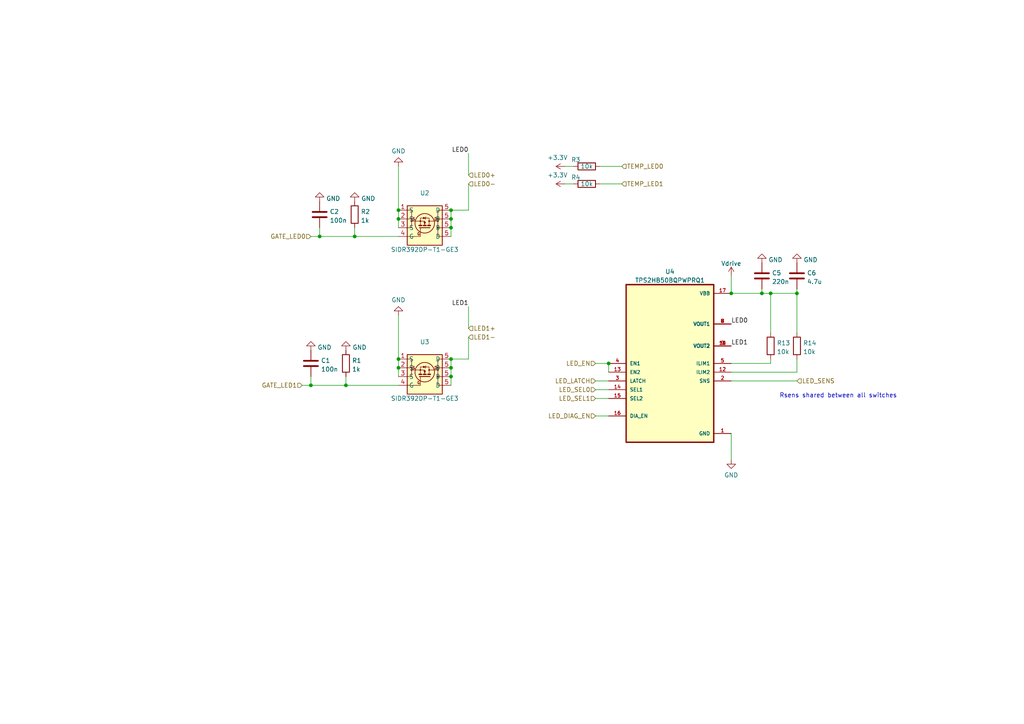
<source format=kicad_sch>
(kicad_sch (version 20211123) (generator eeschema)
  (paper "A4")
  (lib_symbols
    (symbol "Device:C" (pin_numbers hide) (pin_names (offset 0.254))
      (property "Reference" "C" (at 0.635 2.54 0))
      (property "Value" "C" (at 0.635 -2.54 0))
      (symbol "C_0_1"
        (polyline (pts (xy -2.032 -0.762) (xy 2.032 -0.762)) (stroke (width 0.508)))
        (polyline (pts (xy -2.032 0.762) (xy 2.032 0.762)) (stroke (width 0.508)))
      )
      (symbol "C_1_1"
        (pin passive line (at 0 3.81 270) (length 2.794) (name "~") (number "1"))
        (pin passive line (at 0 -3.81 90) (length 2.794) (name "~") (number "2"))
      )
    )
    (symbol "Device:R" (pin_numbers hide) (pin_names (offset 0))
      (property "Reference" "R" (at 2.032 0 90))
      (property "Value" "R" (at 0 0 90))
      (symbol "R_0_1"
        (rectangle (start -1.016 -2.54) (end 1.016 2.54) (stroke (width 0.254)))
      )
      (symbol "R_1_1"
        (pin passive line (at 0 3.81 270) (length 1.27) (name "~") (number "1"))
        (pin passive line (at 0 -3.81 90) (length 1.27) (name "~") (number "2"))
      )
    )
    (symbol "TPS2HB50BQPWPRQ1:TPS2HB50BQPWPRQ1" (pin_names (offset 1.016))
      (property "Reference" "U" (at -12.7 23.86 0))
      (property "Value" "TPS2HB50BQPWPRQ1" (at -12.7 -26.86 0))
      (symbol "TPS2HB50BQPWPRQ1_0_0"
        (rectangle (start -12.7 -22.86) (end 12.7 22.86) (stroke (width 0.41)) (fill (type background)))
        (pin power_in line (at 17.78 -20.32 180) (length 5.08) (name "GND") (number "1"))
        (pin power_out line (at 17.78 5.08 180) (length 5.08) (name "VOUT2") (number "10"))
        (pin power_out line (at 17.78 5.08 180) (length 5.08) (name "VOUT2") (number "11"))
        (pin output line (at 17.78 -2.54 180) (length 5.08) (name "ILIM2") (number "12"))
        (pin input line (at -17.78 -2.54 0) (length 5.08) (name "EN2") (number "13"))
        (pin input line (at -17.78 -7.62 0) (length 5.08) (name "SEL1") (number "14"))
        (pin input line (at -17.78 -10.16 0) (length 5.08) (name "SEL2") (number "15"))
        (pin bidirectional line (at -17.78 -15.24 0) (length 5.08) (name "DIA_EN") (number "16"))
        (pin power_in line (at 17.78 20.32 180) (length 5.08) (name "VBB") (number "17"))
        (pin output line (at 17.78 -5.08 180) (length 5.08) (name "SNS") (number "2"))
        (pin input line (at -17.78 -5.08 0) (length 5.08) (name "LATCH") (number "3"))
        (pin input line (at -17.78 0 0) (length 5.08) (name "EN1") (number "4"))
        (pin output line (at 17.78 0 180) (length 5.08) (name "ILIM1") (number "5"))
        (pin power_out line (at 17.78 11.43 180) (length 5.08) (name "VOUT1") (number "6"))
        (pin power_out line (at 17.78 11.43 180) (length 5.08) (name "VOUT1") (number "7"))
        (pin power_out line (at 17.78 11.43 180) (length 5.08) (name "VOUT1") (number "8"))
        (pin power_out line (at 17.78 5.08 180) (length 5.08) (name "VOUT2") (number "9"))
      )
    )
    (symbol "custom:SIDR392DP-T1-GE3"
      (property "Reference" "U" (at -5.08 7.62 0))
      (property "Value" "SIDR392DP-T1-GE3" (at 0 -6.35 0))
      (symbol "SIDR392DP-T1-GE3_0_0"
        (circle (center -3.81 1.905) (radius 0.127) (stroke (width 0.254)))
        (circle (center -1.27 1.905) (radius 0.127) (stroke (width 0.254)))
        (polyline (pts (xy -5.08 2.54) (xy -3.81 2.54)))
        (polyline (pts (xy -1.27 1.905) (xy -3.81 1.905)))
        (polyline (pts (xy 5.08 2.54) (xy 3.81 2.54)))
        (polyline (pts (xy -1.27 0.635) (xy -1.27 2.794) (xy 1.27 2.794) (xy 1.27 0.635)))
        (polyline (pts (xy 0.127 2.794) (xy -0.381 3.048) (xy -0.381 2.54) (xy 0.127 2.794)) (fill (type outline)))
        (polyline (pts (xy 0.381 3.175) (xy 0.254 3.048) (xy 0.254 2.54) (xy 0.127 2.413)))
        (circle (center 1.27 1.905) (radius 0.127) (stroke (width 0.254)))
        (circle (center 3.81 1.905) (radius 0.127) (stroke (width 0.254)))
        (text "D" (at 3.175 2.54 0) (effects (font (size 0.762 0.762))))
        (text "G" (at -1.778 -1.778 0) (effects (font (size 0.762 0.762))))
        (text "S" (at -3.175 2.54 0) (effects (font (size 0.762 0.762))))
      )
      (symbol "SIDR392DP-T1-GE3_0_1"
        (rectangle (start -5.08 6.35) (end 5.08 -5.08) (stroke (width 0.254)) (fill (type background)))
        (circle (center -3.81 2.54) (radius 0.127) (stroke (width 0.254)))
        (polyline (pts (xy -5.08 -2.54) (xy -1.27 -2.54)))
        (polyline (pts (xy -1.651 0.635) (xy -0.889 0.635)) (stroke (width 0.381)))
        (polyline (pts (xy -1.27 -2.54) (xy -1.27 0)))
        (polyline (pts (xy -0.381 0.635) (xy 0.381 0.635)) (stroke (width 0.381)))
        (polyline (pts (xy 0.889 0.635) (xy 1.651 0.635)) (stroke (width 0.381)))
        (polyline (pts (xy 1.27 1.905) (xy 3.81 1.905)))
        (polyline (pts (xy 5.08 0) (xy 3.81 0)))
        (polyline (pts (xy -1.524 0) (xy 1.524 0) (xy 1.524 0)) (stroke (width 0.254)))
        (polyline (pts (xy 0 0.635) (xy 0 1.905) (xy -1.27 1.905)))
        (polyline (pts (xy -5.08 0) (xy -3.81 0) (xy -3.81 5.08) (xy -5.08 5.08)))
        (polyline (pts (xy -0.254 1.651) (xy 0.254 1.651) (xy 0 1.016) (xy -0.254 1.651)) (fill (type outline)))
        (polyline (pts (xy 5.08 5.08) (xy 3.81 5.08) (xy 3.81 -2.54) (xy 5.08 -2.54)))
        (circle (center 0 1.27) (radius 2.8194) (stroke (width 0.2032)))
        (circle (center 3.81 0) (radius 0.127) (stroke (width 0.254)))
        (circle (center 3.81 2.54) (radius 0.127) (stroke (width 0.254)))
      )
      (symbol "SIDR392DP-T1-GE3_1_1"
        (pin power_out line (at -7.62 5.08 0) (length 2.54) (name "S") (number "1"))
        (pin power_out line (at -7.62 2.54 0) (length 2.54) (name "S") (number "2"))
        (pin power_out line (at -7.62 0 0) (length 2.54) (name "S") (number "3"))
        (pin input line (at -7.62 -2.54 0) (length 2.54) (name "G") (number "4"))
        (pin power_in line (at 7.62 -2.54 180) (length 2.54) (name "D") (number "5"))
        (pin power_in line (at 7.62 0 180) (length 2.54) (name "D") (number "5"))
        (pin power_in line (at 7.62 2.54 180) (length 2.54) (name "D") (number "5"))
        (pin power_in line (at 7.62 5.08 180) (length 2.54) (name "D") (number "5"))
      )
    )
    (symbol "power:+3.3V" (power) (pin_names (offset 0))
      (property "Value" "+3.3V" (at 0 3.556 0))
      (symbol "+3.3V_0_1"
        (polyline (pts (xy -0.762 1.27) (xy 0 2.54)))
        (polyline (pts (xy 0 0) (xy 0 2.54)))
        (polyline (pts (xy 0 2.54) (xy 0.762 1.27)))
      )
      (symbol "+3.3V_1_1"
        (pin power_in line (at 0 0 90) (length 0) hide (name "+3.3V") (number "1"))
      )
    )
    (symbol "power:GND" (power) (pin_names (offset 0))
      (property "Value" "GND" (at 0 -3.81 0))
      (symbol "GND_0_1"
        (polyline (pts (xy 0 0) (xy 0 -1.27) (xy 1.27 -1.27) (xy 0 -2.54) (xy -1.27 -1.27) (xy 0 -1.27)))
      )
      (symbol "GND_1_1"
        (pin power_in line (at 0 0 270) (length 0) hide (name "GND") (number "1"))
      )
    )
    (symbol "power:Vdrive" (power) (pin_names (offset 0))
      (property "Value" "Vdrive" (at 0 3.81 0))
      (symbol "Vdrive_0_1"
        (polyline (pts (xy -0.762 1.27) (xy 0 2.54)))
        (polyline (pts (xy 0 0) (xy 0 2.54)))
        (polyline (pts (xy 0 2.54) (xy 0.762 1.27)))
      )
      (symbol "Vdrive_1_1"
        (pin power_in line (at 0 0 90) (length 0) hide (name "Vdrive") (number "1"))
      )
    )
    (symbol "uven-mainboard-rescue:R-Device" (pin_numbers hide) (pin_names (offset 0))
      (property "Reference" "R" (at 2.032 0 90))
      (property "Value" "R-Device" (at 0 0 90))
      (symbol "R-Device_0_1"
        (rectangle (start -1.016 -2.54) (end 1.016 2.54) (stroke (width 0.254)))
      )
      (symbol "R-Device_1_1"
        (pin passive line (at 0 3.81 270) (length 1.27) (name "~") (number "1"))
        (pin passive line (at 0 -3.81 90) (length 1.27) (name "~") (number "2"))
      )
    )
  )
  (junction (at 92.71 68.58))
  (junction (at 130.81 63.5))
  (junction (at 130.81 60.96))
  (junction (at 100.33 111.76))
  (junction (at 102.87 68.58))
  (junction (at 115.57 104.14))
  (junction (at 223.52 85.09))
  (junction (at 115.57 60.96))
  (junction (at 90.17 111.76))
  (junction (at 130.81 104.14))
  (junction (at 130.81 109.22))
  (junction (at 231.14 85.09))
  (junction (at 212.09 85.09))
  (junction (at 130.81 106.68))
  (junction (at 176.53 105.41))
  (junction (at 130.81 66.04))
  (junction (at 115.57 106.68))
  (junction (at 115.57 63.5))
  (junction (at 220.98 85.09))
  (wire (pts (xy 220.98 85.09) (xy 223.52 85.09)))
  (wire (pts (xy 172.72 105.41) (xy 176.53 105.41)))
  (wire (pts (xy 115.57 60.96) (xy 115.57 63.5)))
  (wire (pts (xy 212.09 133.35) (xy 212.09 125.73)))
  (wire (pts (xy 212.09 85.09) (xy 220.98 85.09)))
  (wire (pts (xy 135.89 97.79) (xy 135.89 104.14)))
  (wire (pts (xy 173.99 53.34) (xy 180.34 53.34)))
  (wire (pts (xy 231.14 85.09) (xy 231.14 83.82)))
  (wire (pts (xy 173.99 48.26) (xy 180.34 48.26)))
  (wire (pts (xy 102.87 68.58) (xy 115.57 68.58)))
  (wire (pts (xy 115.57 63.5) (xy 115.57 66.04)))
  (wire (pts (xy 223.52 105.41) (xy 223.52 104.14)))
  (wire (pts (xy 172.72 115.57) (xy 176.53 115.57)))
  (wire (pts (xy 223.52 85.09) (xy 231.14 85.09)))
  (wire (pts (xy 172.72 110.49) (xy 176.53 110.49)))
  (wire (pts (xy 115.57 91.44) (xy 115.57 104.14)))
  (wire (pts (xy 100.33 109.22) (xy 100.33 111.76)))
  (wire (pts (xy 212.09 105.41) (xy 223.52 105.41)))
  (wire (pts (xy 135.89 60.96) (xy 130.81 60.96)))
  (wire (pts (xy 223.52 85.09) (xy 223.52 96.52)))
  (wire (pts (xy 115.57 104.14) (xy 115.57 106.68)))
  (wire (pts (xy 130.81 60.96) (xy 130.81 63.5)))
  (wire (pts (xy 130.81 106.68) (xy 130.81 109.22)))
  (wire (pts (xy 231.14 85.09) (xy 231.14 96.52)))
  (wire (pts (xy 92.71 68.58) (xy 102.87 68.58)))
  (wire (pts (xy 130.81 109.22) (xy 130.81 111.76)))
  (wire (pts (xy 130.81 66.04) (xy 130.81 68.58)))
  (wire (pts (xy 135.89 53.34) (xy 135.89 60.96)))
  (wire (pts (xy 90.17 109.22) (xy 90.17 111.76)))
  (wire (pts (xy 92.71 66.04) (xy 92.71 68.58)))
  (wire (pts (xy 135.89 44.45) (xy 135.89 50.8)))
  (wire (pts (xy 130.81 104.14) (xy 135.89 104.14)))
  (wire (pts (xy 87.63 111.76) (xy 90.17 111.76)))
  (wire (pts (xy 130.81 63.5) (xy 130.81 66.04)))
  (wire (pts (xy 135.89 88.9) (xy 135.89 95.25)))
  (wire (pts (xy 90.17 68.58) (xy 92.71 68.58)))
  (wire (pts (xy 115.57 106.68) (xy 115.57 109.22)))
  (wire (pts (xy 100.33 111.76) (xy 115.57 111.76)))
  (wire (pts (xy 163.83 53.34) (xy 166.37 53.34)))
  (wire (pts (xy 220.98 85.09) (xy 220.98 83.82)))
  (wire (pts (xy 176.53 105.41) (xy 176.53 107.95)))
  (wire (pts (xy 212.09 80.01) (xy 212.09 85.09)))
  (wire (pts (xy 231.14 107.95) (xy 231.14 104.14)))
  (wire (pts (xy 172.72 120.65) (xy 176.53 120.65)))
  (wire (pts (xy 102.87 66.04) (xy 102.87 68.58)))
  (wire (pts (xy 172.72 113.03) (xy 176.53 113.03)))
  (wire (pts (xy 163.83 48.26) (xy 166.37 48.26)))
  (wire (pts (xy 115.57 48.26) (xy 115.57 60.96)))
  (wire (pts (xy 212.09 107.95) (xy 231.14 107.95)))
  (wire (pts (xy 130.81 104.14) (xy 130.81 106.68)))
  (wire (pts (xy 212.09 110.49) (xy 231.14 110.49)))
  (wire (pts (xy 90.17 111.76) (xy 100.33 111.76)))
  (text "Rsens shared between all switches\n" (at 226.06 115.57 0) (effects (font (size 1.27 1.27)) (justify left bottom)))
  (label "LED0" (at 212.09 93.98 0))
  (label "LED0" (at 135.89 44.45 180))
  (label "LED1" (at 135.89 88.9 180))
  (label "LED1" (at 212.09 100.33 0))
  (hierarchical_label "GATE_LED0" (shape input) (at 90.17 68.58 180))
  (hierarchical_label "LED1-" (shape input) (at 135.89 97.79 0))
  (hierarchical_label "LED1+" (shape input) (at 135.89 95.25 0))
  (hierarchical_label "LED_SENS" (shape input) (at 231.14 110.49 0))
  (hierarchical_label "LED_LATCH" (shape input) (at 172.72 110.49 180))
  (hierarchical_label "LED_SEL1" (shape input) (at 172.72 115.57 180))
  (hierarchical_label "LED0-" (shape input) (at 135.89 53.34 0))
  (hierarchical_label "LED0+" (shape input) (at 135.89 50.8 0))
  (hierarchical_label "GATE_LED1" (shape input) (at 87.63 111.76 180))
  (hierarchical_label "TEMP_LED0" (shape input) (at 180.34 48.26 0))
  (hierarchical_label "LED_DIAG_EN" (shape input) (at 172.72 120.65 180))
  (hierarchical_label "LED_SEL0" (shape input) (at 172.72 113.03 180))
  (hierarchical_label "TEMP_LED1" (shape input) (at 180.34 53.34 0))
  (hierarchical_label "LED_EN" (shape input) (at 172.72 105.41 180))
  (symbol (lib_id "power:GND") (at 220.98 76.2 180) (unit 1)
    (property "Reference" "#PWR0111" (effects hide))
    (property "Value" "GND" (at 222.885 75.3638 0) (effects (justify right)))
  )
  (symbol (lib_id "uven-mainboard-rescue:R-Device") (at 170.18 48.26 270) (unit 1)
    (property "Reference" "R3" (at 167.005 46.355 90))
    (property "Value" "10k" (at 170.18 48.26 90))
    (property "Footprint" "Resistor_SMD:R_0603_1608Metric_Pad0.98x0.95mm_HandSolder" (effects hide))
  )
  (symbol (lib_id "power:GND") (at 90.17 101.6 180) (unit 1)
    (property "Reference" "#PWR0113" (effects hide))
    (property "Value" "GND" (at 92.075 100.7638 0) (effects (justify right)))
  )
  (symbol (lib_id "power:GND") (at 102.87 58.42 180) (unit 1)
    (property "Reference" "#PWR0106" (effects hide))
    (property "Value" "GND" (at 104.775 57.5838 0) (effects (justify right)))
  )
  (symbol (lib_id "power:+3.3V") (at 163.83 48.26 90) (unit 1)
    (property "Reference" "#PWR0116" (effects hide))
    (property "Value" "+3.3V" (at 158.75 45.72 90) (effects (justify right)))
  )
  (symbol (lib_id "custom:SIDR392DP-T1-GE3") (at 123.19 66.04 0) (unit 1)
    (property "Reference" "U2" (at 123.19 55.9902 0))
    (property "Value" "SIDR392DP-T1-GE3" (at 123.19 72.39 0))
    (property "Footprint" "custom_lib:PowerPAK SO-8DC" (effects hide))
  )
  (symbol (lib_id "Device:C") (at 92.71 62.23 0) (unit 1)
    (property "Reference" "C2" (at 95.631 61.3953 0) (effects (justify left)))
    (property "Value" "100n" (at 95.631 63.9322 0) (effects (justify left)))
    (property "Footprint" "Capacitor_SMD:C_0603_1608Metric_Pad1.08x0.95mm_HandSolder" (effects hide))
  )
  (symbol (lib_id "Device:C") (at 231.14 80.01 0) (unit 1)
    (property "Reference" "C6" (at 234.061 79.1753 0) (effects (justify left)))
    (property "Value" "4.7u" (at 234.061 81.7122 0) (effects (justify left)))
    (property "Footprint" "Capacitor_SMD:C_0603_1608Metric_Pad1.08x0.95mm_HandSolder" (effects hide))
  )
  (symbol (lib_id "Device:R") (at 223.52 100.33 0) (unit 1)
    (property "Reference" "R13" (at 225.298 99.4953 0) (effects (justify left)))
    (property "Value" "10k" (at 225.298 102.0322 0) (effects (justify left)))
    (property "Footprint" "Resistor_SMD:R_0603_1608Metric_Pad0.98x0.95mm_HandSolder" (effects hide))
  )
  (symbol (lib_id "power:GND") (at 115.57 91.44 180) (unit 1)
    (property "Reference" "#PWR0112" (effects hide))
    (property "Value" "GND" (at 115.57 86.9966 0))
  )
  (symbol (lib_id "custom:SIDR392DP-T1-GE3") (at 123.19 109.22 0) (unit 1)
    (property "Reference" "U3" (at 123.19 99.1702 0))
    (property "Value" "SIDR392DP-T1-GE3" (at 123.19 115.57 0))
    (property "Footprint" "custom_lib:PowerPAK SO-8DC" (effects hide))
  )
  (symbol (lib_id "Device:C") (at 220.98 80.01 0) (unit 1)
    (property "Reference" "C5" (at 223.901 79.1753 0) (effects (justify left)))
    (property "Value" "220n" (at 223.901 81.7122 0) (effects (justify left)))
    (property "Footprint" "Capacitor_SMD:C_0603_1608Metric_Pad1.08x0.95mm_HandSolder" (effects hide))
  )
  (symbol (lib_id "power:Vdrive") (at 212.09 80.01 0) (unit 1)
    (property "Reference" "#PWR0115" (effects hide))
    (property "Value" "Vdrive" (at 212.09 76.4342 0))
  )
  (symbol (lib_id "Device:C") (at 90.17 105.41 0) (unit 1)
    (property "Reference" "C1" (at 93.091 104.5753 0) (effects (justify left)))
    (property "Value" "100n" (at 93.091 107.1122 0) (effects (justify left)))
    (property "Footprint" "Capacitor_SMD:C_0603_1608Metric_Pad1.08x0.95mm_HandSolder" (effects hide))
  )
  (symbol (lib_id "power:GND") (at 231.14 76.2 180) (unit 1)
    (property "Reference" "#PWR0110" (effects hide))
    (property "Value" "GND" (at 233.045 75.3638 0) (effects (justify right)))
  )
  (symbol (lib_id "power:GND") (at 100.33 101.6 180) (unit 1)
    (property "Reference" "#PWR0114" (effects hide))
    (property "Value" "GND" (at 102.235 100.7638 0) (effects (justify right)))
  )
  (symbol (lib_id "power:GND") (at 92.71 58.42 180) (unit 1)
    (property "Reference" "#PWR0108" (effects hide))
    (property "Value" "GND" (at 94.615 57.5838 0) (effects (justify right)))
  )
  (symbol (lib_id "power:GND") (at 115.57 48.26 180) (unit 1)
    (property "Reference" "#PWR0105" (effects hide))
    (property "Value" "GND" (at 115.57 43.8166 0))
  )
  (symbol (lib_id "uven-mainboard-rescue:R-Device") (at 170.18 53.34 270) (unit 1)
    (property "Reference" "R4" (at 167.005 51.435 90))
    (property "Value" "10k" (at 170.18 53.34 90))
    (property "Footprint" "Resistor_SMD:R_0603_1608Metric_Pad0.98x0.95mm_HandSolder" (effects hide))
  )
  (symbol (lib_id "Device:R") (at 100.33 105.41 0) (unit 1)
    (property "Reference" "R1" (at 102.108 104.5753 0) (effects (justify left)))
    (property "Value" "1k" (at 102.108 107.1122 0) (effects (justify left)))
    (property "Footprint" "Resistor_SMD:R_0603_1608Metric_Pad0.98x0.95mm_HandSolder" (effects hide))
  )
  (symbol (lib_id "TPS2HB50BQPWPRQ1:TPS2HB50BQPWPRQ1") (at 194.31 105.41 0) (unit 1)
    (property "Reference" "U4" (at 194.31 78.7722 0))
    (property "Value" "TPS2HB50BQPWPRQ1" (at 194.31 81.3091 0))
    (property "Footprint" "custom_lib:SOP65P640X120-17N" (effects hide))
    (property "Package" "SOP65P640X120-17N" (effects hide))
    (property "Manufacturer" "Texas Instruments" (effects hide))
  )
  (symbol (lib_id "power:+3.3V") (at 163.83 53.34 90) (unit 1)
    (property "Reference" "#PWR0117" (effects hide))
    (property "Value" "+3.3V" (at 158.75 50.8 90) (effects (justify right)))
  )
  (symbol (lib_id "Device:R") (at 102.87 62.23 0) (unit 1)
    (property "Reference" "R2" (at 104.648 61.3953 0) (effects (justify left)))
    (property "Value" "1k" (at 104.648 63.9322 0) (effects (justify left)))
    (property "Footprint" "Resistor_SMD:R_0603_1608Metric_Pad0.98x0.95mm_HandSolder" (effects hide))
  )
  (symbol (lib_id "Device:R") (at 231.14 100.33 0) (unit 1)
    (property "Reference" "R14" (at 232.918 99.4953 0) (effects (justify left)))
    (property "Value" "10k" (at 232.918 102.0322 0) (effects (justify left)))
    (property "Footprint" "Resistor_SMD:R_0603_1608Metric_Pad0.98x0.95mm_HandSolder" (effects hide))
  )
  (symbol (lib_id "power:GND") (at 212.09 133.35 0) (unit 1)
    (property "Reference" "#PWR0109" (effects hide))
    (property "Value" "GND" (at 212.09 137.7934 0))
  )
)
</source>
